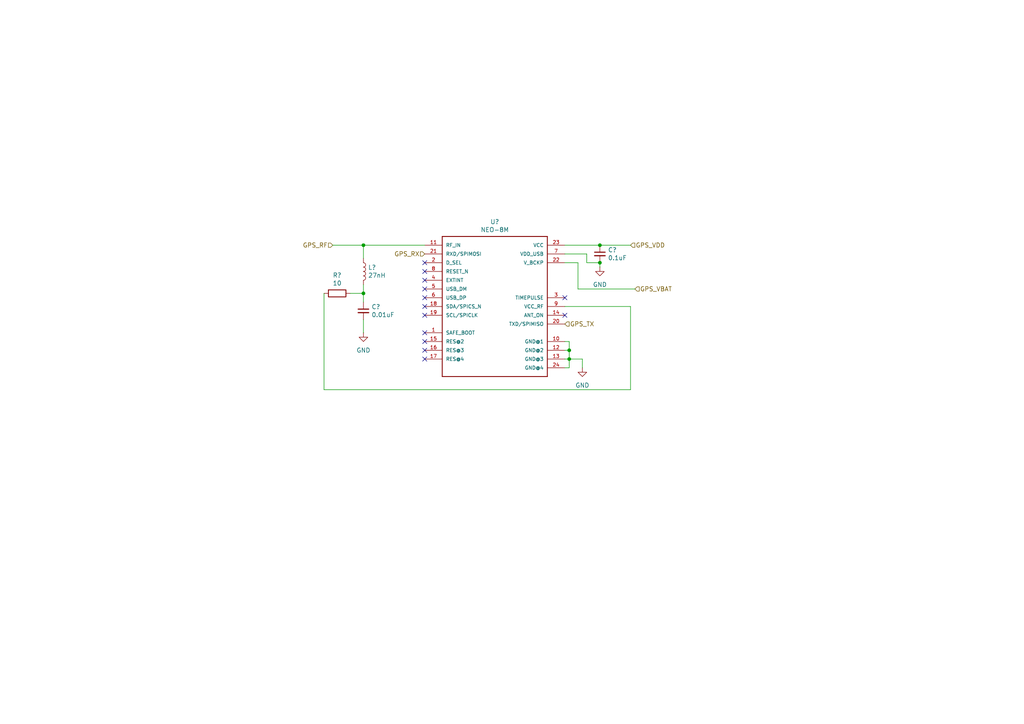
<source format=kicad_sch>
(kicad_sch (version 20250114) (generator "eeschema") (generator_version "9.0")
  (paper "A4")
  (title_block (title "RC CAN and GPS BLE") (date "2023-07-25") (comment 1 "Ublox GPS Recevier"))
  (lib_symbols
    (symbol "Device:C_Small" (pin_numbers (hide yes)) (pin_names (offset 0.254) (hide yes))
      (property "Reference" "C" (at 0.254 1.778 0))
      (property "Value" "C_Small" (at 0.254 -2.032 0))
      (symbol "C_Small_0_1"
        (polyline (pts (xy -1.524 0.508) (xy 1.524 0.508)) (stroke (width 0.3048)))
        (polyline (pts (xy -1.524 -0.508) (xy 1.524 -0.508)) (stroke (width 0.3302)))
      )
      (symbol "C_Small_1_1"
        (pin passive line (at 0 2.54 270) (length 2.032) (name "~") (number "1"))
        (pin passive line (at 0 -2.54 90) (length 2.032) (name "~") (number "2"))
      )
    )
    (symbol "Device:L" (pin_numbers (hide yes)) (pin_names (offset 1.016) (hide yes))
      (property "Reference" "L" (at -1.27 0 90))
      (property "Value" "L" (at 1.905 0 90))
      (symbol "L_0_1"
        (arc (start 0 2.54) (mid 0.6323 1.905) (end 0 1.27))
        (arc (start 0 1.27) (mid 0.6323 0.635) (end 0 0))
        (arc (start 0 0) (mid 0.6323 -0.635) (end 0 -1.27))
        (arc (start 0 -1.27) (mid 0.6323 -1.905) (end 0 -2.54))
      )
      (symbol "L_1_1"
        (pin passive line (at 0 3.81 270) (length 1.27) (name "1") (number "1"))
        (pin passive line (at 0 -3.81 90) (length 1.27) (name "2") (number "2"))
      )
    )
    (symbol "Device:R" (pin_numbers (hide yes)) (pin_names (offset 0))
      (property "Reference" "R" (at 2.032 0 90))
      (property "Value" "R" (at 0 0 90))
      (symbol "R_0_1"
        (rectangle (start -1.016 -2.54) (end 1.016 2.54) (stroke (width 0.254)))
      )
      (symbol "R_1_1"
        (pin passive line (at 0 3.81 270) (length 1.27) (name "~") (number "1"))
        (pin passive line (at 0 -3.81 90) (length 1.27) (name "~") (number "2"))
      )
    )
    (symbol "MyDashLib:NEO-8M" (pin_names (offset 1.016))
      (property "Reference" "U" (at -3.81 19.05 0))
      (property "Value" "NEO-8M" (at -15.2654 -25.4508 0))
      (symbol "NEO-8M_0_0"
        (polyline (pts (xy -15.24 17.78) (xy -15.24 -22.86)) (stroke (width 0.254)))
        (polyline (pts (xy -15.24 -22.86) (xy 15.24 -22.86)) (stroke (width 0.254)))
        (polyline (pts (xy 15.24 17.78) (xy -15.24 17.78)) (stroke (width 0.254)))
        (polyline (pts (xy 15.24 -22.86) (xy 15.24 17.78)) (stroke (width 0.254)))
        (pin input line (at -20.32 15.24 0) (length 5.08) (name "RF_IN") (number "11"))
        (pin input line (at -20.32 12.7 0) (length 5.08) (name "RXD/SPIMOSI") (number "21"))
        (pin input line (at -20.32 10.16 0) (length 5.08) (name "D_SEL") (number "2"))
        (pin input line (at -20.32 7.62 0) (length 5.08) (name "RESET_N") (number "8"))
        (pin bidirectional line (at -20.32 5.08 0) (length 5.08) (name "EXTINT") (number "4"))
        (pin bidirectional line (at -20.32 2.54 0) (length 5.08) (name "USB_DM") (number "5"))
        (pin bidirectional line (at -20.32 0 0) (length 5.08) (name "USB_DP") (number "6"))
        (pin bidirectional line (at -20.32 -2.54 0) (length 5.08) (name "SDA/SPICS_N") (number "18"))
        (pin bidirectional line (at -20.32 -5.08 0) (length 5.08) (name "SCL/SPICLK") (number "19"))
        (pin input line (at -20.32 -10.16 0) (length 5.08) (name "SAFE_BOOT") (number "1"))
        (pin input line (at -20.32 -12.7 0) (length 5.08) (name "RES@2") (number "15"))
        (pin input line (at -20.32 -15.24 0) (length 5.08) (name "RES@3") (number "16"))
        (pin input line (at -20.32 -17.78 0) (length 5.08) (name "RES@4") (number "17"))
        (pin power_in line (at 20.32 15.24 180) (length 5.08) (name "VCC") (number "23"))
        (pin power_in line (at 20.32 12.7 180) (length 5.08) (name "VDD_USB") (number "7"))
        (pin power_in line (at 20.32 10.16 180) (length 5.08) (name "V_BCKP") (number "22"))
        (pin output line (at 20.32 0 180) (length 5.08) (name "TIMEPULSE") (number "3"))
        (pin output line (at 20.32 -2.54 180) (length 5.08) (name "VCC_RF") (number "9"))
        (pin output line (at 20.32 -5.08 180) (length 5.08) (name "ANT_ON") (number "14"))
        (pin output line (at 20.32 -7.62 180) (length 5.08) (name "TXD/SPIMISO") (number "20"))
        (pin power_in line (at 20.32 -12.7 180) (length 5.08) (name "GND@1") (number "10"))
        (pin power_in line (at 20.32 -15.24 180) (length 5.08) (name "GND@2") (number "12"))
        (pin power_in line (at 20.32 -17.78 180) (length 5.08) (name "GND@3") (number "13"))
        (pin power_in line (at 20.32 -20.32 180) (length 5.08) (name "GND@4") (number "24"))
      )
    )
    (symbol "power:GND" (power) (pin_numbers (hide yes)) (pin_names (offset 0) (hide yes))
      (property "Value" "GND" (at 0 -3.81 0))
      (symbol "GND_0_1"
        (polyline (pts (xy 0 0) (xy 0 -1.27) (xy 1.27 -1.27) (xy 0 -2.54) (xy -1.27 -1.27) (xy 0 -1.27)))
      )
      (symbol "GND_1_1"
        (pin power_in line (at 0 0 270) (length 0) (name "~") (number "1"))
      )
    )
  )
  (junction (at 165.1 101.6))
  (junction (at 105.41 71.12))
  (junction (at 173.99 76.2))
  (junction (at 165.1 104.14))
  (junction (at 173.99 71.12))
  (junction (at 105.41 85.09))
  (no_connect (at 123.19 104.14))
  (no_connect (at 163.83 91.44))
  (no_connect (at 123.19 101.6))
  (no_connect (at 163.83 86.36))
  (no_connect (at 123.19 88.9))
  (no_connect (at 123.19 99.06))
  (no_connect (at 123.19 91.44))
  (no_connect (at 123.19 78.74))
  (no_connect (at 123.19 96.52))
  (no_connect (at 123.19 86.36))
  (no_connect (at 123.19 76.2))
  (no_connect (at 123.19 83.82))
  (no_connect (at 123.19 81.28))
  (wire (pts (xy 182.88 113.03) (xy 182.88 88.9)))
  (wire (pts (xy 163.83 73.66) (xy 170.18 73.66)))
  (wire (pts (xy 105.41 82.55) (xy 105.41 85.09)))
  (wire (pts (xy 165.1 104.14) (xy 165.1 101.6)))
  (wire (pts (xy 163.83 76.2) (xy 167.64 76.2)))
  (wire (pts (xy 105.41 71.12) (xy 105.41 74.93)))
  (wire (pts (xy 182.88 88.9) (xy 163.83 88.9)))
  (wire (pts (xy 173.99 76.2) (xy 173.99 77.47)))
  (wire (pts (xy 173.99 71.12) (xy 182.88 71.12)))
  (wire (pts (xy 105.41 85.09) (xy 105.41 87.63)))
  (wire (pts (xy 170.18 76.2) (xy 173.99 76.2)))
  (wire (pts (xy 96.52 71.12) (xy 105.41 71.12)))
  (wire (pts (xy 163.83 71.12) (xy 173.99 71.12)))
  (wire (pts (xy 163.83 99.06) (xy 165.1 99.06)))
  (wire (pts (xy 170.18 73.66) (xy 170.18 76.2)))
  (wire (pts (xy 167.64 83.82) (xy 184.15 83.82)))
  (wire (pts (xy 165.1 104.14) (xy 168.91 104.14)))
  (wire (pts (xy 105.41 92.71) (xy 105.41 96.52)))
  (wire (pts (xy 167.64 76.2) (xy 167.64 83.82)))
  (wire (pts (xy 93.98 113.03) (xy 182.88 113.03)))
  (wire (pts (xy 165.1 106.68) (xy 165.1 104.14)))
  (wire (pts (xy 165.1 99.06) (xy 165.1 101.6)))
  (wire (pts (xy 101.6 85.09) (xy 105.41 85.09)))
  (wire (pts (xy 163.83 104.14) (xy 165.1 104.14)))
  (wire (pts (xy 163.83 101.6) (xy 165.1 101.6)))
  (wire (pts (xy 93.98 85.09) (xy 93.98 113.03)))
  (wire (pts (xy 105.41 71.12) (xy 123.19 71.12)))
  (wire (pts (xy 168.91 104.14) (xy 168.91 106.68)))
  (wire (pts (xy 163.83 106.68) (xy 165.1 106.68)))
  (hierarchical_label "GPS_RX" (shape input) (at 123.19 73.66 180))
  (hierarchical_label "GPS_VBAT" (shape input) (at 184.15 83.82 0))
  (hierarchical_label "GPS_VDD" (shape input) (at 182.88 71.12 0))
  (hierarchical_label "GPS_RF" (shape input) (at 96.52 71.12 180))
  (hierarchical_label "GPS_TX" (shape input) (at 163.83 93.98 0))
  (symbol (lib_id "MyDashLib:NEO-8M") (at 143.51 86.36 0) (unit 1)
    (property "Reference" "U?" (at 143.51 64.3382 0))
    (property "Value" "NEO-8M" (at 143.51 66.6496 0))
    (property "Footprint" "RF_GPS:ublox_NEO" (effects (hide yes)))
    (property "Datasheet" "None" (effects (hide yes)))
    (property "LCSC" "C5119087" (effects (hide yes)))
  )
  (symbol (lib_id "Device:L") (at 105.41 78.74 0) (unit 1)
    (property "Reference" "L?" (at 106.7562 77.5716 0) (effects (justify left)))
    (property "Value" "27nH" (at 106.7562 79.883 0) (effects (justify left)))
    (property "Footprint" "Inductor_SMD:L_0805_2012Metric" (effects (hide yes)))
  )
  (symbol (lib_id "Device:C_Small") (at 105.41 90.17 0) (unit 1)
    (property "Reference" "C?" (at 107.7468 89.0016 0) (effects (justify left)))
    (property "Value" "0.01uF" (at 107.7468 91.313 0) (effects (justify left)))
    (property "Footprint" "Capacitor_SMD:C_0603_1608Metric" (effects (hide yes)))
  )
  (symbol (lib_id "Device:R") (at 97.79 85.09 270) (unit 1)
    (property "Reference" "R?" (at 97.79 79.8322 90))
    (property "Value" "10" (at 97.79 82.1436 90))
    (property "Footprint" "Resistor_SMD:R_0603_1608Metric" (effects (hide yes)))
  )
  (symbol (lib_id "Device:C_Small") (at 173.99 73.66 0) (unit 1)
    (property "Reference" "C?" (at 176.3268 72.4916 0) (effects (justify left)))
    (property "Value" "0.1uF" (at 176.3268 74.803 0) (effects (justify left)))
    (property "Footprint" "Capacitor_SMD:C_0805_2012Metric" (effects (hide yes)))
  )
  (symbol (lib_id "power:GND") (at 173.99 77.47 0) (unit 1)
    (property "Reference" "#PWR?" (effects (hide yes)))
    (property "Value" "GND" (at 173.99 82.55 0))
    (property "Description" "Power symbol creates a global label with name \"GND\" , ground" (effects (hide yes)))
  )
  (symbol (lib_id "power:GND") (at 168.91 106.68 0) (unit 1)
    (property "Reference" "#PWR?" (effects (hide yes)))
    (property "Value" "GND" (at 168.91 111.76 0))
    (property "Description" "Power symbol creates a global label with name \"GND\" , ground" (effects (hide yes)))
  )
  (symbol (lib_id "power:GND") (at 105.41 96.52 0) (unit 1)
    (property "Reference" "#PWR?" (effects (hide yes)))
    (property "Value" "GND" (at 105.41 101.6 0))
    (property "Description" "Power symbol creates a global label with name \"GND\" , ground" (effects (hide yes)))
  )
)
</source>
